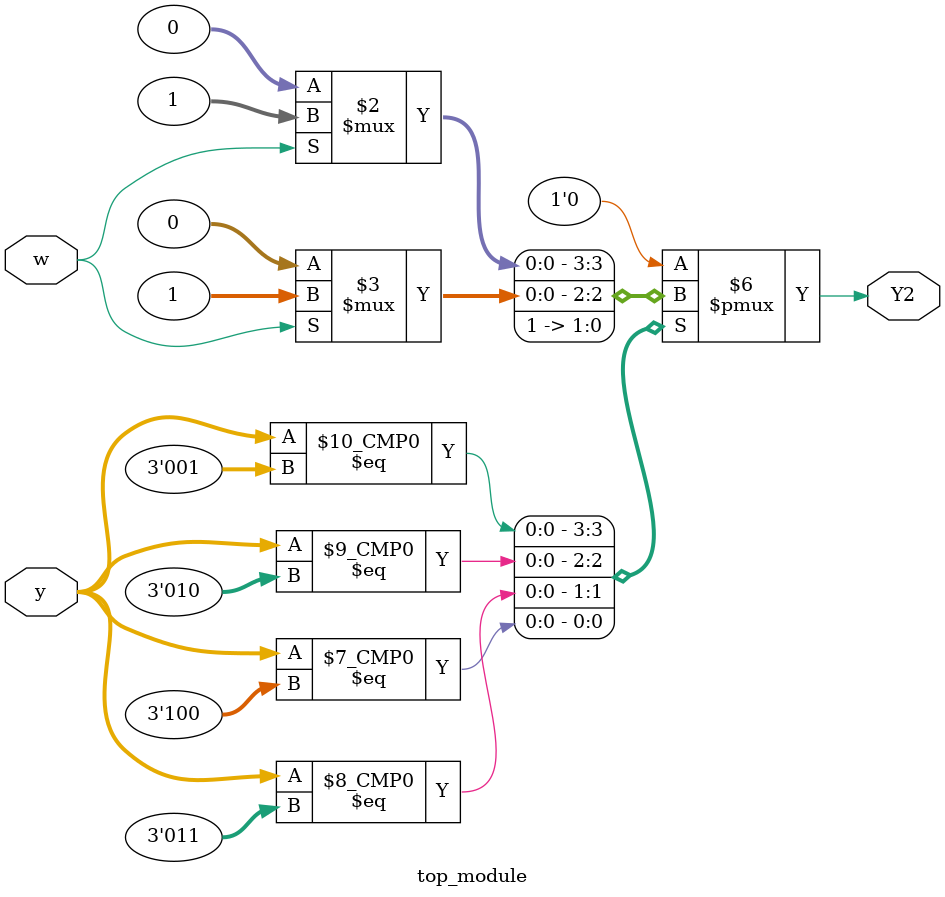
<source format=sv>
module top_module(
    input [3:1] y,
    input w,
    output reg Y2);

    // State encoding
    parameter A = 3'b000;
    parameter B = 3'b001;
    parameter C = 3'b010;
    parameter D = 3'b011;
    parameter E = 3'b100;
    parameter F = 3'b101;

    always @(*) begin
        case (y)
            A: Y2 = 0; // For state A, Y2 is 0
            B: Y2 = (w) ? 1 : 0; // For state B, Y2 is 0 if w=0, 1 if w=1
            C: Y2 = (w) ? 1 : 0; // For state C, Y2 is 0 if w=0, 1 if w=1
            D: Y2 = 1; // For state D, Y2 is 1
            E: Y2 = 1; // For state E, Y2 is 1
            F: Y2 = 0; // For state F, Y2 is 0
            default: Y2 = 0; // Default case
        endcase
    end

endmodule

</source>
